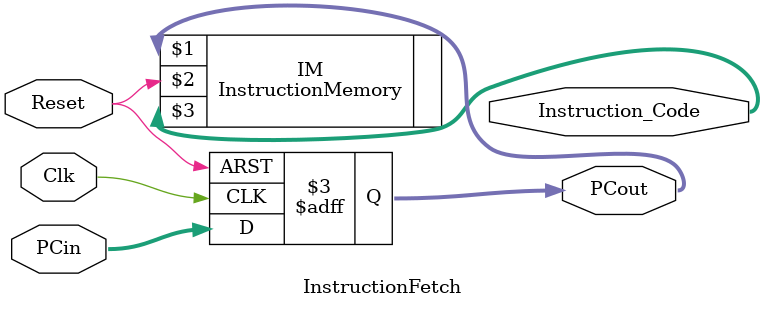
<source format=v>
`timescale 1ns / 1ps

module InstructionFetch (
    input Clk,
    input Reset,
    input [7:0] PCin,
    output reg [7:0] PCout,
    output [7:0] Instruction_Code
);

  InstructionMemory IM (
      PCout,
      Reset,
      Instruction_Code
  );
  always @(posedge Clk, negedge Reset) begin
    if (Reset == 0) PCout <= 0;
    else PCout <= PCin;
  end

endmodule

</source>
